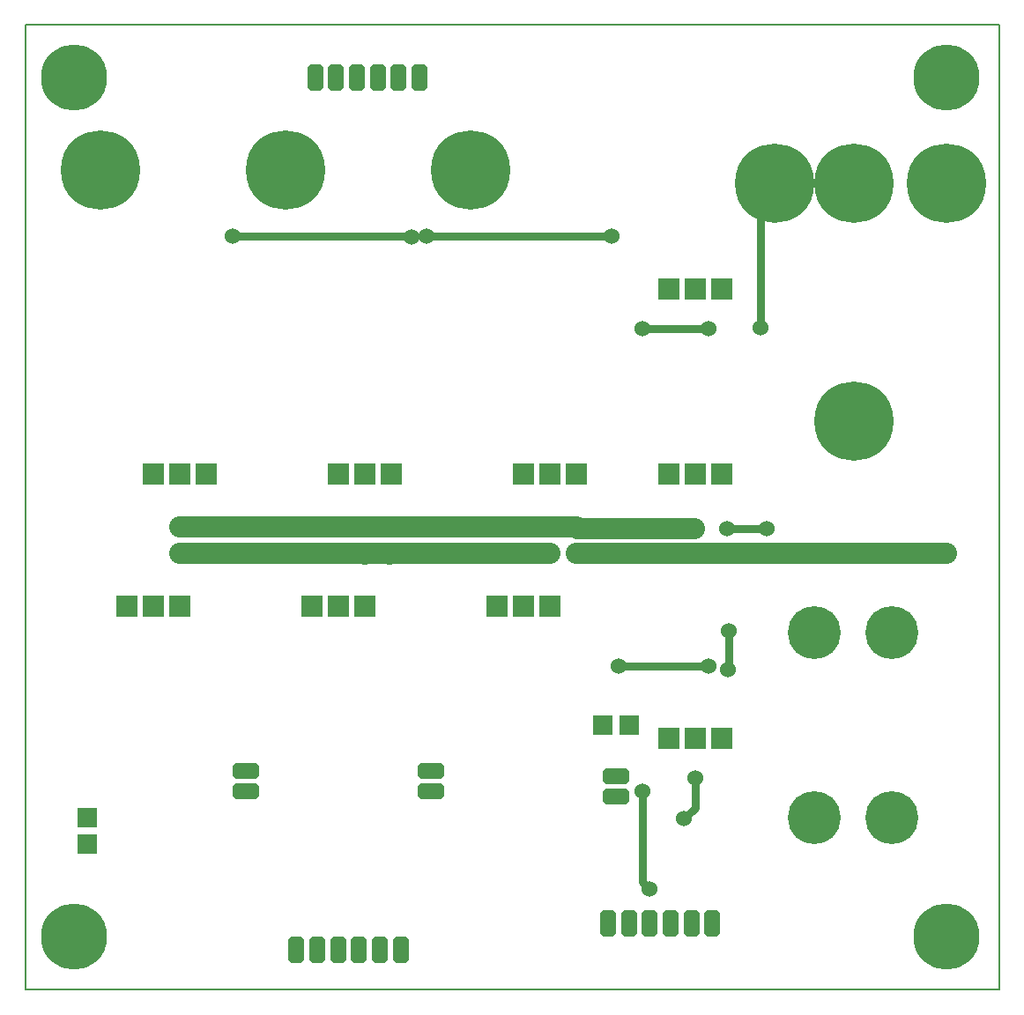
<source format=gbr>
G04 PROTEUS RS274X GERBER FILE*
%FSLAX45Y45*%
%MOMM*%
G01*
%ADD10C,2.032000*%
%ADD11C,0.762000*%
%ADD12C,0.762000*%
%ADD13C,2.032000*%
%ADD14C,1.524000*%
%ADD15C,7.620000*%
%ADD16C,5.080000*%
%AMDIL007*
4,1,8,
-0.762000,0.965200,-0.457200,1.270000,0.457200,1.270000,0.762000,0.965200,0.762000,-0.965200,
0.457200,-1.270000,-0.457200,-1.270000,-0.762000,-0.965200,-0.762000,0.965200,
0*%
%ADD17DIL007*%
%ADD18R,2.032000X2.032000*%
%AMDIL009*
4,1,8,
-1.270000,0.457200,-0.965200,0.762000,0.965200,0.762000,1.270000,0.457200,1.270000,-0.457200,
0.965200,-0.762000,-0.965200,-0.762000,-1.270000,-0.457200,-1.270000,0.457200,
0*%
%ADD19DIL009*%
%ADD70C,6.350000*%
%ADD71R,1.905000X1.905000*%
%ADD20C,0.203200*%
D10*
X+4055032Y+4446916D02*
X+3660353Y+4446916D01*
X+3658437Y+4445000D01*
D11*
X+4055032Y+4446916D02*
X+4051618Y+4443502D01*
D10*
X+3810000Y+4445000D02*
X+3658437Y+4445000D01*
X+2032000Y+4445000D01*
X+5842000Y+4699000D02*
X+5715000Y+4699000D01*
X+5588000Y+4699000D01*
X+4191000Y+4699000D02*
X+4055230Y+4699000D01*
X+3810000Y+4699000D01*
X+3708087Y+4699000D01*
X+5588000Y+4699000D02*
X+4191000Y+4699000D01*
D11*
X+4055230Y+4699000D02*
X+4051457Y+4702773D01*
D10*
X+3708087Y+4699000D02*
X+2032000Y+4699000D01*
X+5588000Y+4445000D02*
X+4056948Y+4445000D01*
X+4055032Y+4446916D01*
D11*
X+2540000Y+7493000D02*
X+4258393Y+7493000D01*
X+4261775Y+7489618D01*
X+4405826Y+7492558D02*
X+6182208Y+7492558D01*
X+6184414Y+7494764D01*
X+6477000Y+2159000D02*
X+6477000Y+1294121D01*
X+6548604Y+1222517D01*
X+6985000Y+2286000D02*
X+6985000Y+1999706D01*
X+6880957Y+1895663D01*
D10*
X+6976920Y+4688387D02*
X+5852613Y+4688387D01*
X+5842000Y+4699000D01*
X+5842000Y+4445000D02*
X+9398000Y+4445000D01*
D11*
X+7112000Y+6604000D02*
X+6477000Y+6604000D01*
X+7293866Y+4688290D02*
X+7674210Y+4688290D01*
X+7678581Y+4692661D01*
X+7610593Y+6613406D02*
X+7610593Y+7782406D01*
X+7612422Y+7784235D01*
X+7309328Y+3699668D02*
X+7309328Y+3330876D01*
X+7304701Y+3326249D01*
X+6254136Y+3362786D02*
X+7116171Y+3362786D01*
X+7117647Y+3364262D01*
D12*
X+3810000Y+4445000D03*
X+4051457Y+4702773D03*
D13*
X+2032000Y+4699000D03*
X+2032000Y+4445000D03*
X+3810000Y+4699000D03*
X+4055230Y+4699000D03*
X+4051618Y+4443502D03*
X+3811498Y+4443502D03*
X+5588000Y+4699000D03*
X+5842000Y+4699000D03*
X+5588000Y+4445000D03*
X+6976920Y+4688387D03*
X+5842000Y+4445000D03*
X+9398000Y+4445000D03*
D12*
X+7612422Y+7784235D03*
X+7678581Y+4692661D03*
D14*
X+7293866Y+4688290D03*
X+7674210Y+4688290D03*
X+6184414Y+7494764D03*
X+4405826Y+7492558D03*
X+4261775Y+7489618D03*
X+2540000Y+7493000D03*
X+7610593Y+7782406D03*
X+7610593Y+6613406D03*
X+7112000Y+6604000D03*
X+6477000Y+6604000D03*
X+6985000Y+2286000D03*
X+6880957Y+1895663D03*
X+6477000Y+2159000D03*
X+6548604Y+1222517D03*
X+7309328Y+3699668D03*
X+7304701Y+3326249D03*
X+6254136Y+3362786D03*
X+7117647Y+3364262D03*
D15*
X+7747000Y+8000999D03*
X+9398000Y+8001000D03*
X+8509001Y+8000999D03*
X+8509000Y+5715000D03*
D16*
X+8128000Y+1905000D03*
X+8878001Y+1905000D03*
X+8128000Y+3683000D03*
X+8878000Y+3683000D03*
D15*
X+1270000Y+8128000D03*
X+4826000Y+8128000D03*
D17*
X+3156000Y+635000D03*
X+3356000Y+635000D03*
X+3556000Y+635000D03*
X+3756000Y+635000D03*
X+3956000Y+635000D03*
X+4156000Y+635000D03*
X+3337000Y+9017000D03*
X+3537000Y+9017000D03*
X+3737000Y+9017000D03*
X+3937000Y+9017000D03*
X+4137000Y+9017000D03*
X+4337000Y+9017000D03*
X+7150000Y+889000D03*
X+6950000Y+889000D03*
X+6750000Y+889000D03*
X+6550000Y+889000D03*
X+6350000Y+889000D03*
X+6150000Y+889000D03*
D18*
X+2286000Y+5207000D03*
X+2032000Y+5207000D03*
X+1778000Y+5207000D03*
X+1524000Y+3937000D03*
X+1778000Y+3937000D03*
X+2032000Y+3937000D03*
X+4064000Y+5207000D03*
X+3810000Y+5207000D03*
X+3556000Y+5207000D03*
X+3302000Y+3937000D03*
X+3556000Y+3937000D03*
X+3810000Y+3937000D03*
X+5842000Y+5207000D03*
X+5588000Y+5207000D03*
X+5334000Y+5207000D03*
X+5080000Y+3937000D03*
X+5334000Y+3937000D03*
X+5588000Y+3937000D03*
D15*
X+3048000Y+8128000D03*
D18*
X+7239000Y+2667000D03*
X+6985000Y+2667000D03*
X+6731000Y+2667000D03*
D19*
X+6223000Y+2108056D03*
X+6223000Y+2308056D03*
X+2667000Y+2159000D03*
X+2667000Y+2359000D03*
X+4445000Y+2159000D03*
X+4445000Y+2359000D03*
D70*
X+9398000Y+762000D03*
X+1016000Y+762000D03*
D18*
X+7239000Y+6985000D03*
X+6985000Y+6985000D03*
X+6731000Y+6985000D03*
X+7239000Y+5207000D03*
X+6985000Y+5207000D03*
X+6731000Y+5207000D03*
D70*
X+1016000Y+9017000D03*
X+9398000Y+9017000D03*
D71*
X+1143000Y+1905000D03*
X+1143000Y+1655000D03*
X+6350000Y+2794000D03*
X+6100000Y+2794000D03*
D20*
X+552000Y+254000D02*
X+9906000Y+254000D01*
X+9906000Y+9525000D01*
X+552000Y+9525000D01*
X+552000Y+254000D01*
M02*

</source>
